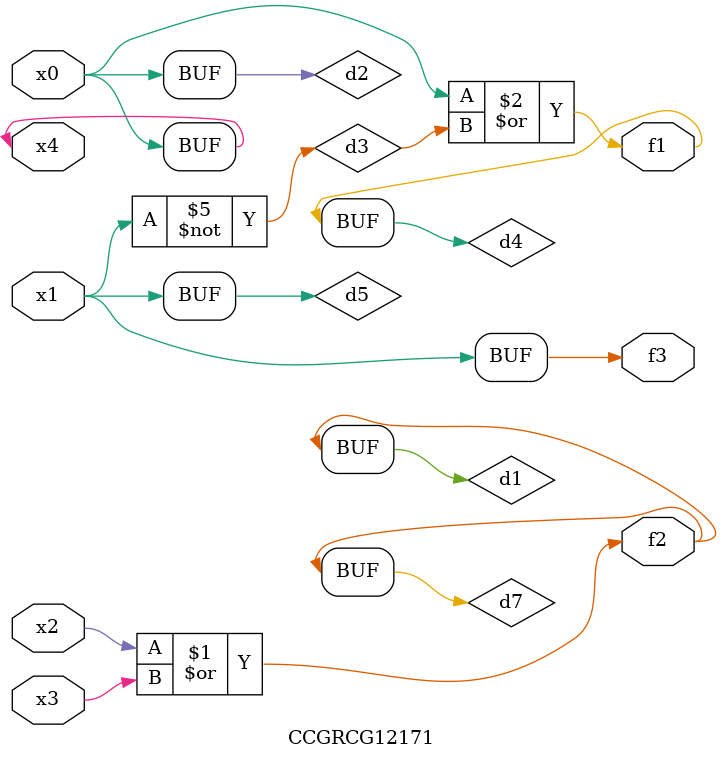
<source format=v>
module CCGRCG12171(
	input x0, x1, x2, x3, x4,
	output f1, f2, f3
);

	wire d1, d2, d3, d4, d5, d6, d7;

	or (d1, x2, x3);
	buf (d2, x0, x4);
	not (d3, x1);
	or (d4, d2, d3);
	not (d5, d3);
	nand (d6, d1, d3);
	or (d7, d1);
	assign f1 = d4;
	assign f2 = d7;
	assign f3 = d5;
endmodule

</source>
